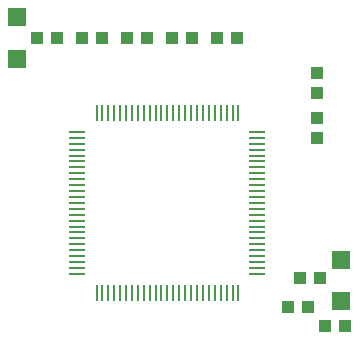
<source format=gtp>
G75*
%MOIN*%
%OFA0B0*%
%FSLAX25Y25*%
%IPPOS*%
%LPD*%
%AMOC8*
5,1,8,0,0,1.08239X$1,22.5*
%
%ADD10R,0.04331X0.03937*%
%ADD11R,0.05906X0.05906*%
%ADD12R,0.03937X0.04331*%
%ADD13R,0.05800X0.01100*%
%ADD14R,0.01100X0.05800*%
D10*
X0116840Y0035645D03*
X0123532Y0035645D03*
X0129220Y0029464D03*
X0135913Y0029464D03*
X0100126Y0125500D03*
X0093433Y0125500D03*
X0085126Y0125500D03*
X0078433Y0125500D03*
X0070126Y0125500D03*
X0063433Y0125500D03*
X0055126Y0125500D03*
X0048433Y0125500D03*
D11*
X0026780Y0118610D03*
X0026780Y0132390D03*
X0134629Y0051427D03*
X0134629Y0037648D03*
D12*
X0127626Y0045500D03*
X0120933Y0045500D03*
X0126780Y0092154D03*
X0126780Y0098846D03*
X0126780Y0107154D03*
X0126780Y0113846D03*
X0040126Y0125500D03*
X0033433Y0125500D03*
D13*
X0046780Y0046900D03*
X0046780Y0048800D03*
X0046780Y0050800D03*
X0046780Y0052800D03*
X0046780Y0054800D03*
X0046780Y0056700D03*
X0046780Y0058700D03*
X0046780Y0060700D03*
X0046780Y0062600D03*
X0046780Y0064600D03*
X0046780Y0066600D03*
X0046780Y0068500D03*
X0046780Y0070500D03*
X0046780Y0072500D03*
X0046780Y0074400D03*
X0046780Y0076400D03*
X0046780Y0078400D03*
X0046780Y0080300D03*
X0046780Y0082300D03*
X0046780Y0084300D03*
X0046780Y0086200D03*
X0046780Y0088200D03*
X0046780Y0090200D03*
X0046780Y0092200D03*
X0046780Y0094100D03*
X0106780Y0094100D03*
X0106780Y0092200D03*
X0106780Y0090200D03*
X0106780Y0088200D03*
X0106780Y0086200D03*
X0106780Y0084300D03*
X0106780Y0082300D03*
X0106780Y0080300D03*
X0106780Y0078400D03*
X0106780Y0076400D03*
X0106780Y0074400D03*
X0106780Y0072500D03*
X0106780Y0070500D03*
X0106780Y0068500D03*
X0106780Y0066600D03*
X0106780Y0064600D03*
X0106780Y0062600D03*
X0106780Y0060700D03*
X0106780Y0058700D03*
X0106780Y0056700D03*
X0106780Y0054800D03*
X0106780Y0052800D03*
X0106780Y0050800D03*
X0106780Y0048800D03*
X0106780Y0046900D03*
D14*
X0100380Y0040500D03*
X0098480Y0040500D03*
X0096480Y0040500D03*
X0094480Y0040500D03*
X0092480Y0040500D03*
X0090580Y0040500D03*
X0088580Y0040500D03*
X0086580Y0040500D03*
X0084680Y0040500D03*
X0082680Y0040500D03*
X0080680Y0040500D03*
X0078780Y0040500D03*
X0076780Y0040500D03*
X0074780Y0040500D03*
X0072880Y0040500D03*
X0070880Y0040500D03*
X0068880Y0040500D03*
X0066980Y0040500D03*
X0064980Y0040500D03*
X0062980Y0040500D03*
X0061080Y0040500D03*
X0059080Y0040500D03*
X0057080Y0040500D03*
X0055080Y0040500D03*
X0053180Y0040500D03*
X0053180Y0100500D03*
X0055080Y0100500D03*
X0057080Y0100500D03*
X0059080Y0100500D03*
X0061080Y0100500D03*
X0062980Y0100500D03*
X0064980Y0100500D03*
X0066980Y0100500D03*
X0068880Y0100500D03*
X0070880Y0100500D03*
X0072880Y0100500D03*
X0074780Y0100500D03*
X0076780Y0100500D03*
X0078780Y0100500D03*
X0080680Y0100500D03*
X0082680Y0100500D03*
X0084680Y0100500D03*
X0086580Y0100500D03*
X0088580Y0100500D03*
X0090580Y0100500D03*
X0092480Y0100500D03*
X0094480Y0100500D03*
X0096480Y0100500D03*
X0098480Y0100500D03*
X0100380Y0100500D03*
M02*

</source>
